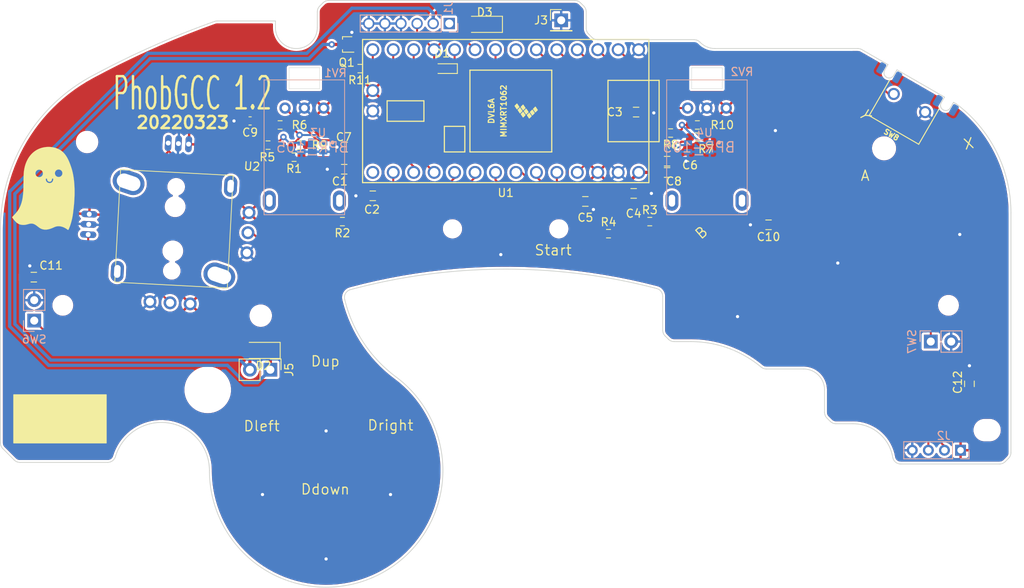
<source format=kicad_pcb>
(kicad_pcb (version 20211014) (generator pcbnew)
  (layers (0 "F.Cu" signal) (31 "B.Cu" signal) (36 "B.SilkS" user "B.Silkscreen") (37 "F.SilkS" user "F.Silkscreen") (38 "B.Mask" user) (39 "F.Mask" user) (44 "Edge.Cuts" user))
  (net 0 "")
  (net 1 "GND")
  (net 2 "+3V3")
  (net 3 "/C_x")
  (net 4 "/C_y")
  (net 5 "/A")
  (net 6 "/B")
  (net 7 "/X")
  (net 8 "/Y")
  (net 9 "/R")
  (net 10 "/Start")
  (net 11 "/Z")
  (net 12 "/Dleft")
  (net 13 "/Dup")
  (net 14 "/Dright")
  (net 15 "/Ddown")
  (net 16 "/Lanalog")
  (net 17 "/Ranalog")
  (net 18 "/RX")
  (net 19 "/TX")
  (net 20 "/Stick_x")
  (net 21 "/Stick_y")
  (net 22 "/L")
  (net 23 "/Stick_x_filt")
  (net 24 "/Stick_y_filt")
  (net 25 "+5V")
  (net 27 "Net-(D2-Pad2)")
  (net 29 "/Rumble")
  (net 31 "/C_x_filt")
  (net 32 "/C_y_filt")
  (net 33 "Net-(R5-Pad2)")
  (net 34 "Net-(R6-Pad2)")
  (net 35 "Net-(R7-Pad2)")
  (net 36 "Net-(U1-Pad33)")
  (net 37 "Net-(Q1-Pad1)")
  (net 38 "Net-(R10-Pad2)")
  (footprint "Gamecube MB:ABXY_Contact_Omron_Switch" (layer "F.Cu") (at 153.85 78.35)
    (fp_text reference "SW1" hide)
    (fp_text value "A")
  )
  (footprint "Gamecube MB:ABXY_Contact_Omron_Switch" (layer "F.Cu") (at 138.65 86.05 41)
    (fp_text reference "SW2" hide)
    (fp_text value "B")
  )
  (footprint "Gamecube MB:Z_Switch_Edge" (layer "F.Cu") (at 162.751443 62.775 -30)
    (fp_text reference "SW8")
    (fp_text value "1825027-5")
  )
  (footprint "Gamecube MB:Dpad_Contact" (layer "F.Cu") (at 82.35 108.4)
    (fp_text reference "SW9" hide)
    (fp_text value "Dleft")
  )
  (footprint "Gamecube MB:Dpad_Contact" (layer "F.Cu") (at 90.3 100.45)
    (fp_text reference "SW10" hide)
    (fp_text value "Dup")
  )
  (footprint "Gamecube MB:Dpad_Contact" (layer "F.Cu") (at 98.25 108.4)
    (fp_text reference "SW11" hide)
    (fp_text value "Dright")
  )
  (footprint "Gamecube MB:Dpad_Contact" (layer "F.Cu") (at 90.3 116.35)
    (fp_text reference "SW12" hide)
    (fp_text value "Ddown")
  )
  (footprint "Capacitors_SMD:C_0603_HandSoldering" (layer "F.Cu") (at 54 84.4 180)
    (fp_text reference "C11")
    (fp_text value "1u")
  )
  (footprint "Gamecube MB:GCC_Stickbox_2" (layer "F.Cu") (at 71.405083 78.398232 -3)
    (fp_text reference "U2")
    (fp_text value "2x DRV5053CAQLPGM Hall Effect Sensors")
  )
  (footprint "Capacitors_SMD:C_0603_HandSoldering" (layer "F.Cu") (at 96.1 74.3 180)
    (fp_text reference "C2")
    (fp_text value "0.047u")
  )
  (footprint "Capacitors_SMD:C_0603_HandSoldering" (layer "F.Cu") (at 92.55 71 180)
    (fp_text reference "C1")
    (fp_text value "0.047u")
  )
  (footprint "Capacitors_SMD:C_0603_HandSoldering" (layer "F.Cu") (at 92.6 68.25 180)
    (fp_text reference "C7")
    (fp_text value "0.047u")
  )
  (footprint "Capacitors_SMD:C_0603_HandSoldering" (layer "F.Cu") (at 128.8 63.9)
    (fp_text reference "C3")
    (fp_text value "0.047u")
  )
  (footprint "Capacitors_SMD:C_0603_HandSoldering" (layer "F.Cu") (at 128.5 74)
    (fp_text reference "C4")
    (fp_text value "0.047u")
  )
  (footprint "Gamecube MB:Start_Contact" (layer "F.Cu") (at 112.6 78.45)
    (fp_text reference "SW5" hide)
    (fp_text value "Start")
  )
  (footprint "Gamecube MB:ABXY_Contact_Omron_Switch" (layer "F.Cu") (at 149.85 64.25 -63)
    (fp_text reference "SW4" hide)
    (fp_text value "Y")
  )
  (footprint "Connector_PinHeader_2.54mm:PinHeader_1x01_P2.54mm_Vertical" (layer "F.Cu") (at 119.5 52.5)
    (fp_text reference "J3")
    (fp_text value "Conn_01x01_Male")
  )
  (footprint "teensy:Teensy40_Edge_Pins" (layer "F.Cu") (at 112.61 63.77 180)
    (fp_text reference "U1")
    (fp_text value "Teensy4.0")
  )
  (footprint "Gamecube MB:MountingHole_5.2mm" (layer "F.Cu") (at 75.6 98.4)
    (fp_text reference "H1" hide)
    (fp_text value "5.2mm")
  )
  (footprint "Gamecube MB:MountingHole_2.0mm" (layer "F.Cu") (at 57.6 87.9)
    (fp_text reference "H3" hide)
    (fp_text value "2mm")
  )
  (footprint "Gamecube MB:MountingHole_1.8mm" (layer "F.Cu") (at 106 78.4)
    (fp_text reference "H5" hide)
    (fp_text value "1.8mm")
  )
  (footprint "Gamecube MB:MountingHole_1.8mm" (layer "F.Cu") (at 119.2 78.4)
    (fp_text reference "H6" hide)
    (fp_text value "1.8mm")
  )
  (footprint "Gamecube MB:MountingHole_2.4mm" (layer "F.Cu") (at 159.6 68.4)
    (fp_text reference "H7" hide)
    (fp_text value "2.4mm")
  )
  (footprint "Gamecube MB:MountingHole_2.0mm" (layer "F.Cu") (at 167.6 87.9)
    (fp_text reference "H4" hide)
    (fp_text value "2mm")
  )
  (footprint "Gamecube MB:MountingHole_2.2mm" (layer "F.Cu") (at 60.616622 67.616621)
    (fp_text reference "H8" hide)
    (fp_text value "2.2mm")
  )
  (footprint "Gamecube MB:ABXY_Contact_Omron_Switch" (layer "F.Cu") (at 168.15 74.95 12)
    (fp_text reference "SW3" hide)
    (fp_text value "X")
  )
  (footprint "Gamecube MB:Slot" (layer "F.Cu") (at 172.4 103.4)
    (fp_text reference "H2" hide)
    (fp_text value "Slot")
  )
  (footprint "Gamecube MB:MountingHole_2.2mm" (layer "F.Cu") (at 82.183378 89.183378)
    (fp_text reference "H9" hide)
    (fp_text value "2.2mm")
  )
  (footprint "Gamecube MB:D_SOD-523_large_pads" (layer "F.Cu") (at 104.9 58.5 180)
    (fp_text reference "D1")
    (fp_text value "D_Schottky")
  )
  (footprint "Capacitors_SMD:C_0603_HandSoldering" (layer "F.Cu") (at 122.5 75)
    (fp_text reference "C5")
    (fp_text value "0.047u")
  )
  (footprint "Resistor_SMD:R_0603_1608Metric_Pad0.98x0.95mm_HandSolder" (layer "F.Cu") (at 92.325 77.5 180)
    (fp_text reference "R2")
    (fp_text value "1k")
  )
  (footprint "Resistor_SMD:R_0603_1608Metric_Pad0.98x0.95mm_HandSolder" (layer "F.Cu") (at 86.325 69.5 180)
    (fp_text reference "R1")
    (fp_text value "1k")
  )
  (footprint "Capacitors_SMD:C_0603_HandSoldering" (layer "F.Cu") (at 132.65 70)
    (fp_text reference "C6")
    (fp_text value "0.047u")
  )
  (footprint "Capacitors_SMD:C_0603_HandSoldering" (layer "F.Cu") (at 132.65 71.4)
    (fp_text reference "C8")
    (fp_text value "1u")
  )
  (footprint "Capacitors_SMD:C_0603_HandSoldering" (layer "F.Cu") (at 170.2 97.65 90)
    (fp_text reference "C12")
    (fp_text value "1u")
  )
  (footprint "Capacitors_SMD:C_0603_HandSoldering" (layer "F.Cu") (at 145.25 77.9 180)
    (fp_text reference "C10")
    (fp_text value "1u")
  )
  (footprint "Gamecube MB:Ghost Logo" (layer "F.Cu") (at 55.4 73.5)
    (fp_text reference "G***" hide)
    (fp_text value "LOGO" hide)
  )
  (footprint "Resistor_SMD:R_0603_1608Metric_Pad0.98x0.95mm_HandSolder" (layer "F.Cu") (at 136.4125 67 180)
    (fp_text reference "R7")
    (fp_text value "1k")
  )
  (footprint "Diode_SMD:D_SOD-123F" (layer "F.Cu") (at 110 53 180)
    (fp_text reference "D3")
    (fp_text value "M7C")
  )
  (footprint "Resistor_SMD:R_0603_1608Metric_Pad0.98x0.95mm_HandSolder" (layer "F.Cu") (at 130.5 77.5)
    (fp_text reference "R3")
    (fp_text value "1k")
  )
  (footprint "Resistor_SMD:R_0603_1608Metric_Pad0.98x0.95mm_HandSolder" (layer "F.Cu") (at 125.375 79)
    (fp_text reference "R4")
    (fp_text value "1k")
  )
  (footprint "Resistor_SMD:R_0603_1608Metric_Pad0.98x0.95mm_HandSolder" (layer "F.Cu") (at 133.0875 66.5 180)
    (fp_text reference "R8")
    (fp_text value "1k")
  )
  (footprint "Capacitor_SMD:C_0603_1608Metric_Pad1.08x0.95mm_HandSolder" (layer "F.Cu") (at 80.8625 65 180)
    (fp_text reference "C9")
    (fp_text value "1u")
  )
  (footprint "Resistor_SMD:R_0603_1608Metric_Pad0.98x0.95mm_HandSolder" (layer "F.Cu") (at 83.0875 68)
    (fp_text reference "R5")
    (fp_text value "1k")
  )
  (footprint "Connector_PinHeader_2.54mm:PinHeader_1x02_P2.54mm_Vertical" (layer "F.Cu") (at 83.375 95.9 -90)
    (fp_text reference "J5")
    (fp_text value "Conn_01x02_Male")
  )
  (footprint "Resistor_SMD:R_0603_1608Metric_Pad0.98x0.95mm_HandSolder" (layer "F.Cu") (at 84.5875 65.5)
    (fp_text reference "R6")
    (fp_text value "5k")
  )
  (footprint "Package_TO_SOT_SMD:SOT-416" (layer "F.Cu") (at 92.85 55.5 180)
    (fp_text reference "Q1")
    (fp_text value "SSM3K56FS,LF")
  )
  (footprint "Diode_SMD:D_SOD-123F" (layer "F.Cu") (at 82.4 93.5 180)
    (fp_text reference "D2")
    (fp_text value "M7C")
  )
  (footprint "Resistor_SMD:R_0603_1608Metric_Pad0.98x0.95mm_HandSolder" (layer "F.Cu") (at 94.5 58.5 180)
    (fp_text reference "R11")
    (fp_text value "330R")
  )
  (footprint "Resistor_SMD:R_0603_1608Metric_Pad0.98x0.95mm_HandSolder" (layer "F.Cu") (at 136.4125 65.5 180)
    (fp_text reference "R10")
    (fp_text value "5k")
  )
  (footprint "Resistor_SMD:R_0603_1608Metric_Pad0.98x0.95mm_HandSolder" (layer "F.Cu") (at 87 68)
    (fp_text reference "R9")
    (fp_text value "1k")
  )
  (footprint "Pin_Headers:Pin_Header_Straight_1x02_Pitch2.54mm" (layer "B.Cu") (at 54.05 89.8)
    (fp_text reference "SW6")
    (fp_text value "L")
  )
  (footprint "Pin_Headers:Pin_Header_Straight_1x02_Pitch2.54mm" (layer "B.Cu") (at 165.4 92.4 -90)
    (fp_text reference "SW7")
    (fp_text value "R")
  )
  (footprint "Gamecube MB:GCC_Slider" (layer "B.Cu") (at 137.6 63.4 180)
    (fp_text reference "RV2")
    (fp_text value "R_POT_MountingPin")
  )
  (footprint "Gamecube MB:GCC_Slider" (layer "B.Cu") (at 87.6 63.4 180)
    (fp_text reference "RV1")
    (fp_text value "R_POT_MountingPin")
  )
  (footprint "Pin_Headers:Pin_Header_Straight_1x04_Pitch2.00mm" (layer "B.Cu") (at 169.1 105.9 90)
    (fp_text reference "J2")
    (fp_text value "Conn_01x04_Female")
  )
  (footprint "Gamecube MB:GCC_Header_Straight_1x06_Pitch2.00mm" (layer "B.Cu") (at 105.6 52.9 90)
    (fp_text reference "J1")
    (fp_text value "Conn_01x06_Female")
  )
  (footprint "Gamecube MB:Sharp_Microelectronics-GP2S60-MFG" (layer "B.Cu") (at 88.6 68.275 180)
    (fp_text reference "U3")
    (fp_text value "BPR-105")
  )
  (footprint "Gamecube MB:Sharp_Microelectronics-GP2S60-MFG" (layer "B.Cu") (at 136.6 68.275 180)
    (fp_text reference "U4")
    (fp_text value "BPR-105")
  )
  (gr_poly (pts (xy 63 105) (xy 51.5 105) (xy 51.5 99) (xy 63 99)) (layer "F.SilkS") (width 0.1) (fill solid))
  (gr_line (start 85.7 61) (end 85.7 58.4) (layer "Edge.Cuts") (width 0.05))
  (gr_line (start 135.7 61) (end 135.7 58.4) (layer "Edge.Cuts") (width 0.05))
  (gr_line (start 161.660995 107.607107) (end 173.942892 107.607107) (layer "Edge.Cuts") (width 0.1))
  (gr_line (start 166.697895 62.732132) (end 167.096672 62.038607) (layer "Edge.Cuts") (width 0.1))
  (gr_arc (start 52.271319 107.407107) (mid 51.888636 107.330986) (end 51.564213 107.114213) (layer "Edge.Cuts") (width 0.1))
  (gr_line (start 152.207106 98.407107) (end 152.207106 101.192893) (layer "Edge.Cuts") (width 0.1))
  (gr_line (start 153.621319 102.607107) (end 155.744915 102.607107) (layer "Edge.Cuts") (width 0.1))
  (gr_line (start 160.074731 58.000991) (end 156.838573 56.1402) (layer "Edge.Cuts") (width 0.1))
  (gr_arc (start 167.824873 63.380144) (mid 166.937378 63.619627) (end 166.697895 62.732132) (layer "Edge.Cuts") (width 0.1))
  (gr_line (start 135.7 58.4) (end 139.5 58.4) (layer "Edge.Cuts") (width 0.05))
  (gr_arc (start 49.857105 78.407105) (mid 52.89857 67.369144) (end 61.164446 59.446874) (layer "Edge.Cuts") (width 0.1))
  (gr_line (start 174.649999 107.314213) (end 175.064212 106.9) (layer "Edge.Cuts") (width 0.1))
  (gr_line (start 161.201709 58.649003) (end 160.802932 59.342529) (layer "Edge.Cuts") (width 0.1))
  (gr_line (start 89.5 61) (end 85.7 61) (layer "Edge.Cuts") (width 0.05))
  (gr_arc (start 131.359616 85.813703) (mid 131.898469 86.16995) (end 132.107106 86.781297) (layer "Edge.Cuts") (width 0.1))
  (gr_arc (start 92.608864 87.15648) (mid 92.720453 86.410866) (end 93.320992 85.955076) (layer "Edge.Cuts") (width 0.1))
  (gr_arc (start 89.207106 53.407107) (mid 86.607106 56.007107) (end 84.007106 53.407107) (layer "Edge.Cuts") (width 0.1))
  (gr_line (start 89.207106 51.450963) (end 89.207106 53.407107) (layer "Edge.Cuts") (width 0.1))
  (gr_arc (start 89.207106 51.450963) (mid 89.283226 51.068279) (end 89.499999 50.743856) (layer "Edge.Cuts") (width 0.1))
  (gr_line (start 168.607106 62.907107) (end 168.22365 62.68662) (layer "Edge.Cuts") (width 0.1))
  (gr_arc (start 133.521318 92.407107) (mid 133.138635 92.330986) (end 132.814212 92.114213) (layer "Edge.Cuts") (width 0.1))
  (gr_arc (start 93.320992 85.955077) (mid 112.331099 83.40762) (end 131.359616 85.813703) (layer "Edge.Cuts") (width 0.1))
  (gr_arc (start 138.607106 56.007107) (mid 137.591534 55.800559) (end 136.737319 55.213733) (layer "Edge.Cuts") (width 0.1))
  (gr_line (start 132.399999 91.7) (end 132.814212 92.114213) (layer "Edge.Cuts") (width 0.1))
  (gr_line (start 49.857106 78.407107) (end 49.857106 104.992893) (layer "Edge.Cuts") (width 0.1))
  (gr_arc (start 122.314213 50.743856) (mid 122.530986 51.068279) (end 122.607106 51.450963) (layer "Edge.Cuts") (width 0.1))
  (gr_line (start 152.499999 101.9) (end 152.914212 102.314213) (layer "Edge.Cuts") (width 0.1))
  (gr_arc (start 168.607106 62.907107) (mid 173.575565 68.860378) (end 175.357106 76.407107) (layer "Edge.Cuts") (width 0.1))
  (gr_arc (start 76.443548 52.638395) (mid 76.609241 52.594793) (end 76.779945 52.580115) (layer "Edge.Cuts") (width 0.1))
  (gr_line (start 89.914212 50.329643) (end 89.499999 50.743856) (layer "Edge.Cuts") (width 0.1))
  (gr_arc (start 135.607106 92.407106) (mid 140.249987 93.223411) (end 144.335996 95.574417) (layer "Edge.Cuts") (width 0.1))
  (gr_arc (start 144.977271 95.807106) (mid 144.636178 95.747135) (end 144.335996 95.574417) (layer "Edge.Cuts") (width 0.1))
  (gr_line (start 168.22365 62.68662) (end 167.824873 63.380145) (layer "Edge.Cuts") (width 0.1))
  (gr_line (start 139.5 58.4) (end 139.5 61) (layer "Edge.Cuts") (width 0.05))
  (gr_line (start 122.607106 53.494375) (end 122.607106 51.450963) (layer "Edge.Cuts") (width 0.1))
  (gr_arc (start 124.021319 54.908589) (mid 123.638635 54.832469) (end 123.314212 54.615696) (layer "Edge.Cuts") (width 0.1))
  (gr_line (start 84.007106 52.580115) (end 76.779945 52.580115) (layer "Edge.Cuts") (width 0.1))
  (gr_line (start 52.27132 107.407107) (end 63.177448 107.407107) (layer "Edge.Cuts") (width 0.1))
  (gr_line (start 122.314212 50.743856) (end 121.899999 50.329643) (layer "Edge.Cuts") (width 0.1))
  (gr_arc (start 64.135292 106.694399) (mid 70.711063 102.508705) (end 75.807105 108.407107) (layer "Edge.Cuts") (width 0.1))
  (gr_line (start 85.7 58.4) (end 89.5 58.4) (layer "Edge.Cuts") (width 0.05))
  (gr_arc (start 155.744914 102.607106) (mid 158.972401 103.788293) (end 160.674982 106.773773) (layer "Edge.Cuts") (width 0.1))
  (gr_line (start 167.096672 62.038607) (end 161.201709 58.649003) (layer "Edge.Cuts") (width 0.1))
  (gr_arc (start 122.899999 54.201482) (mid 122.683226 53.877059) (end 122.607106 53.494375) (layer "Edge.Cuts") (width 0.1))
  (gr_line (start 132.107106 86.781297) (end 132.107106 90.992893) (layer "Edge.Cuts") (width 0.1))
  (gr_arc (start 98.971544 96.780519) (mid 96.811553 121.366358) (end 75.807105 108.407107) (layer "Edge.Cuts") (width 0.1))
  (gr_arc (start 89.914212 50.329642) (mid 90.238635 50.112869) (end 90.621319 50.036749) (layer "Edge.Cuts") (width 0.1))
  (gr_line (start 84.007106 53.407107) (end 84.007106 52.580115) (layer "Edge.Cuts") (width 0.1))
  (gr_arc (start 153.621318 102.607107) (mid 153.238635 102.530986) (end 152.914212 102.314213) (layer "Edge.Cuts") (width 0.1))
  (gr_line (start 136.01817 54.908589) (end 124.021319 54.908589) (layer "Edge.Cuts") (width 0.1))
  (gr_arc (start 61.164445 59.446874) (mid 68.67439 55.751781) (end 76.443548 52.638394) (layer "Edge.Cuts") (width 0.1))
  (gr_line (start 175.357106 106.192893) (end 175.357106 76.407107) (layer "Edge.Cuts") (width 0.1))
  (gr_arc (start 152.499999 101.9) (mid 152.283226 101.575577) (end 152.207106 101.192893) (layer "Edge.Cuts") (width 0.1))
  (gr_arc (start 161.660994 107.607107) (mid 161.015497 107.370869) (end 160.674982 106.773773) (layer "Edge.Cuts") (width 0.1))
  (gr_line (start 121.192892 50.036749) (end 90.621319 50.036749) (layer "Edge.Cuts") (width 0.1))
  (gr_line (start 156.340102 56.007107) (end 138.607106 56.007107) (layer "Edge.Cuts") (width 0.1))
  (gr_line (start 89.5 58.4) (end 89.5 61) (layer "Edge.Cuts") (width 0.05))
  (gr_line (start 50.15 105.7) (end 51.564213 107.114213) (layer "Edge.Cuts") (width 0.1))
  (gr_line (start 159.675954 58.694516) (end 160.074731 58.000991) (layer "Edge.Cuts") (width 0.1))
  (gr_arc (start 160.802932 59.342528) (mid 159.915437 59.582011) (end 159.675954 58.694516) (layer "Edge.Cuts") (width 0.1))
  (gr_line (start 139.5 61) (end 135.7 61) (layer "Edge.Cuts") (width 0.05))
  (gr_arc (start 174.649999 107.314214) (mid 174.325576 107.530987) (end 173.942892 107.607107) (layer "Edge.Cuts") (width 0.1))
  (gr_arc (start 175.357106 106.192894) (mid 175.280985 106.575577) (end 175.064212 106.9) (layer "Edge.Cuts") (width 0.1))
  (gr_arc (start 121.192893 50.036749) (mid 121.575576 50.11287) (end 121.899999 50.329643) (layer "Edge.Cuts") (width 0.1))
  (gr_arc (start 98.971543 96.780519) (mid 94.948818 92.52476) (end 92.608865 87.156481) (layer "Edge.Cuts") (width 0.1))
  (gr_arc (start 149.607106 95.807107) (mid 151.445584 96.568629) (end 152.207106 98.407107) (layer "Edge.Cuts") (width 0.1))
  (gr_arc (start 136.01817 54.908589) (mid 136.408775 54.98803) (end 136.737319 55.213733) (layer "Edge.Cuts") (width 0.1))
  (gr_arc (start 156.340102 56.007106) (mid 156.598069 56.040952) (end 156.838573 56.1402) (layer "Edge.Cuts") (width 0.1))
  (gr_line (start 123.314212 54.615696) (end 122.899999 54.201482) (layer "Edge.Cuts") (width 0.1))
  (gr_arc (start 64.135291 106.694399) (mid 63.774402 107.209382) (end 63.177448 107.407107) (layer "Edge.Cuts") (width 0.1))
  (gr_line (start 144.977271 95.807107) (end 149.607106 95.807107) (layer "Edge.Cuts") (width 0.1))
  (gr_arc (start 132.399999 91.7) (mid 132.183226 91.375577) (end 132.107106 90.992893) (layer "Edge.Cuts") (width 0.1))
  (gr_arc (start 50.149999 105.7) (mid 49.933226 105.375577) (end 49.857106 104.992893) (layer "Edge.Cuts") (width 0.1))
  (gr_line (start 133.521319 92.407107) (end 135.607106 92.407107) (layer "Edge.Cuts") (width 0.1))
  (gr_text "20220323" (at 72.5 65.2) (layer "F.SilkS") (effects (font (size 1.5 1.5) (thickness 0.3))))
  (gr_text "PhobGCC 1.2" (at 73.7 61.6) (layer "F.SilkS") (effects (font (size 4 2) (thickness 0.3))))
  (segment (start 170.2 96.7) (end 170.2 95.4) (width 0.25) (layer "F.Cu") (net 1))
  (segment (start 133.6 70) (end 133.6 71.4) (width 0.4) (layer "F.Cu") (net 1))
  (segment (start 53.05 83.45) (end 53.5 83) (width 0.25) (layer "F.Cu") (net 1))
  (segment (start 123.5 75.05) (end 123.45 75) (width 0.25) (layer "F.Cu") (net 1))
  (segment (start 137.4 63.6) (end 137.6 63.4) (width 0.25) (layer "F.Cu") (net 1))
  (segment (start 144.3 77.9) (end 143 77.9) (width 0.4) (layer "F.Cu") (net 1))
  (segment (start 129.75 63.9) (end 130.9 63.9) (width 0.25) (layer "F.Cu") (net 1))
  (segment (start 133.6 70) (end 135 70) (width 0.4) (layer "F.Cu") (net 1))
  (segment (start 123.5 76) (end 123.5 75.05) (width 0.25) (layer "F.Cu") (net 1))
  (segment (start 129.45 74) (end 130.700002 74) (width 0.25) (layer "F.Cu") (net 1))
  (segment (start 95.15 74.3) (end 94.000002 74.3) (width 0.25) (layer "F.Cu") (net 1))
  (segment (start 91.6 71) (end 90.450002 71) (width 0.25) (layer "F.Cu") (net 1))
  (segment (start 80 65) (end 78.8625 65) (width 0.25) (layer "F.Cu") (net 1))
  (segment (start 53.05 84.4) (end 53.05 83.45) (width 0.25) (layer "F.Cu") (net 1))
  (segment (start 93.5 55) (end 93.5 54) (width 0.4) (layer "F.Cu") (net 1))
  (segment (start 130.9 63.9) (end 131 64) (width 0.25) (layer "F.Cu") (net 1))
  (via (at 170.2 95.4) (size 0.8) (drill 0.4) (layers "F.Cu" "B.Cu") (net 1))
  (via (at 98.3 111.4) (size 0.8) (drill 0.4) (layers "F.Cu" "B.Cu") (net 1))
  (via (at 91.65 68.25) (size 0.8) (drill 0.4) (layers "F.Cu" "B.Cu") (net 1))
  (via (at 123.5 76) (size 0.8) (drill 0.4) (layers "F.Cu" "B.Cu") (net 1))
  (via (at 143 77.9) (size 0.8) (drill 0.4) (layers "F.Cu" "B.Cu") (net 1))
  (via (at 94.000002 74.3) (size 0.8) (drill 0.4) (layers "F.Cu" "B.Cu") (net 1))
  (via (at 112 81.6) (size 0.8) (drill 0.4) (layers "F.Cu" "B.Cu") (net 1))
  (via (at 90.3 119.4) (size 0.8) (drill 0.4) (layers "F.Cu" "B.Cu") (net 1))
  (via (at 78.8625 65) (size 0.8) (drill 0.4) (layers "F.Cu" "B.Cu") (net 1))
  (via (at 130.700002 74) (size 0.8) (drill 0.4) (layers "F.Cu" "B.Cu") (net 1))
  (via (at 169 79.1) (size 0.8) (drill 0.4) (layers "F.Cu" "B.Cu") (net 1))
  (via (at 93.5 54) (size 0.8) (drill 0.4) (layers "F.Cu" "B.Cu") (net 1))
  (via (at 131 64) (size 0.8) (drill 0.4) (layers "F.Cu" "B.Cu") (net 1))
  (via (at 146.1 66.2) (size 0.8) (drill 0.4) (layers "F.Cu" "B.Cu") (net 1))
  (via (at 153.85 82.65) (size 0.8) (drill 0.4) (layers "F.Cu" "B.Cu") (net 1))
  (via (at 90.3 103.5) (size 0.8) (drill 0.4) (layers "F.Cu" "B.Cu") (net 1))
  (via (at 90.450002 71) (size 0.8) (drill 0.4) (layers "F.Cu" "B.Cu") (net 1))
  (via (at 135 70) (size 0.8) (drill 0.4) (layers "F.Cu" "B.Cu") (net 1))
  (via (at 141.4 89.3) (size 0.8) (drill 0.4) (layers "F.Cu" "B.Cu") (net 1))
  (via (at 53.5 83) (size 0.8) (drill 0.4) (layers "F.Cu" "B.Cu") (net 1))
  (via (at 82.4 111.4) (size 0.8) (drill 0.4) (layers "F.Cu" "B.Cu") (net 1))
  (segment (start 89.95 68.825) (end 91.075 68.825) (width 0.25) (layer "B.Cu") (net 1))
  (segment (start 91.075 68.825) (end 91.65 68.25) (width 0.25) (layer "B.Cu") (net 1))
  (segment (start 167.1 105.4) (end 167.1 105.9) (width 0.25) (layer "F.Cu") (net 3))
  (segment (start 131.325 77.5) (end 139.2 77.5) (width 0.25) (layer "F.Cu") (net 3))
  (segment (start 139.2 77.5) (end 167.1 105.4) (width 0.25) (layer "F.Cu") (net 3))
  (segment (start 126.2 79) (end 139.6 79) (width 0.25) (layer "F.Cu") (net 4))
  (segment (start 165.1 104.5) (end 165.1 105.9) (width 0.25) (layer "F.Cu") (net 4))
  (segment (start 139.6 79) (end 165.1 104.5) (width 0.25) (layer "F.Cu") (net 4))
  (segment (start 140.5 65.5) (end 140.5 70) (width 0.25) (layer "F.Cu") (net 5))
  (segment (start 133.349989 59.349989) (end 135.4 61.4) (width 0.25) (layer "F.Cu") (net 5))
  (segment (start 141.5 62.375) (end 141.5 64.5) (width 0.25) (layer "F.Cu") (net 5))
  (segment (start 140.525 61.4) (end 141.5 62.375) (width 0.25) (layer "F.Cu") (net 5))
  (segment (start 142.7 72.2) (end 152.8 72.2) (width 0.25) (layer "F.Cu") (net 5))
  (segment (start 140.5 70) (end 142.7 72.2) (width 0.25) (layer "F.Cu") (net 5))
  (segment (start 152.8 72.2) (end 153.85 73.25) (width 0.25) (layer "F.Cu") (net 5))
  (segment (start 135.4 61.4) (end 140.525 61.4) (width 0.25) (layer "F.Cu") (net 5))
  (segment (start 119.619989 59.349989) (end 133.349989 59.349989) (width 0.25) (layer "F.Cu") (net 5))
  (segment (start 153.85 73.25) (end 153.85 74.1) (width 0.25) (layer "F.Cu") (net 5))
  (segment (start 141.5 64.5) (end 140.5 65.5) (width 0.25) (layer "F.Cu") (net 5))
  (segment (start 116.42 56.15) (end 119.619989 59.349989) (width 0.25) (layer "F.Cu") (net 5))
  (segment (start 133.019265 80) (end 135.861749 82.842484) (width 0.25) (layer "F.Cu") (net 6))
  (segment (start 123.2 80) (end 133.019265 80) (width 0.25) (layer "F.Cu") (net 6))
  (segment (start 113.88 71.39) (end 114.59 71.39) (width 0.25) (layer "F.Cu") (net 6))
  (segment (start 114.59 71.39) (end 123.2 80) (width 0.25) (layer "F.Cu") (net 6))
  (segment (start 168.15 70.7) (end 167.5 70.7) (width 0.25) (layer "F.Cu") (net 7))
  (segment (start 132.812155 57.849958) (end 125.739958 57.849958) (width 0.25) (layer "F.Cu") (net 7))
  (segment (start 167.5 70.7) (end 153.799989 56.999989) (width 0.25) (layer "F.Cu") (net 7))
  (segment (start 125.739958 57.849958) (end 124.04 56.15) (width 0.25) (layer "F.Cu") (net 7))
  (segment (start 133.662124 56.999989) (end 132.812155 57.849958) (width 0.25) (layer "F.Cu") (net 7))
  (segment (start 153.799989 56.999989) (end 133.662124 56.999989) (width 0.25) (layer "F.Cu") (net 7))
  (segment (start 133.869235 57.5) (end 152.5 57.5) (width 0.25) (layer "F.Cu") (net 8))
  (segment (start 154.5 59.5) (end 154.5 61.457318) (width 0.25) (layer "F.Cu") (net 8))
  (segment (start 123.699968 58.349968) (end 133.019267 58.349968) (width 0.25) (layer "F.Cu") (net 8))
  (segment (start 121.5 56.15) (end 123.699968 58.349968) (width 0.25) (layer "F.Cu") (net 8))
  (segment (start 154.5 61.457318) (end 153.636778 62.32054) (width 0.25) (layer "F.Cu") (net 8))
  (segment (start 133.019267 58.349968) (end 133.869235 57.5) (width 0.25) (layer "F.Cu") (net 8))
  (segment (start 152.5 57.5) (end 154.5 59.5) (width 0.25) (layer "F.Cu") (net 8))
  (segment (start 135.2 58) (end 139.713906 58) (width 0.25) (layer "F.Cu") (net 9))
  (segment (start 141.301933 65.887819) (end 141.301933 69.301933) (width 0.25) (layer "F.Cu") (net 9))
  (segment (start 142.5 60.786094) (end 142.5 64.689752) (width 0.25) (layer "F.Cu") (net 9))
  (segment (start 141.301933 69.301933) (end 143.5 71.5) (width 0.25) (layer "F.Cu") (net 9))
  (segment (start 118.96 56.15) (end 121.659978 58.849978) (width 0.25) (layer "F.Cu") (net 9))
  (segment (start 139.713906 58) (end 142.5 60.786094) (width 0.25) (layer "F.Cu") (net 9))
  (segment (start 165.4 80.9) (end 165.4 92.4) (width 0.25) (layer "F.Cu") (net 9))
  (segment (start 143.5 71.5) (end 156 71.5) (width 0.25) (layer "F.Cu") (net 9))
  (segment (start 134.350022 58.849978) (end 135.2 58) (width 0.25) (layer "F.Cu") (net 9))
  (segment (start 156 71.5) (end 165.4 80.9) (width 0.25) (layer "F.Cu") (net 9))
  (segment (start 121.659978 58.849978) (end 134.350022 58.849978) (width 0.25) (layer "F.Cu") (net 9))
  (segment (start 142.5 64.689752) (end 141.301933 65.887819) (width 0.25) (layer "F.Cu") (net 9))
  (segment (start 113.1 75.25) (end 113.1 74.1) (width 0.25) (layer "F.Cu") (net 10))
  (segment (start 111.34 72.34) (end 113.1 74.1) (width 0.25) (layer "F.Cu") (net 10))
  (segment (start 111.34 71.39) (end 111.34 72.34) (width 0.25) (layer "F.Cu") (net 10))
  (segment (start 131.835524 56.499978) (end 130.985553 57.349949) (width 0.25) (layer "F.Cu") (net 11))
  (segment (start 127.779948 57.349948) (end 126.58 56.15) (width 0.25) (layer "F.Cu") (net 11))
  (segment (start 130.985553 57.349949) (end 127.779948 57.349948) (width 0.25) (layer "F.Cu") (net 11))
  (segment (start 154.999978 56.499978) (end 131.835524 56.499978) (width 0.25) (layer "F.Cu") (net 11))
  (segment (start 160.15 61.65) (end 154.999978 56.499978) (width 0.25) (layer "F.Cu") (net 11))
  (segment (start 160.802886 61.65) (end 160.15 61.65) (width 0.25) (layer "F.Cu") (net 11))
  (segment (start 88.75 83.7) (end 91.85 80.6) (width 0.25) (layer "F.Cu") (net 12))
  (segment (start 106.26 72.065) (end 106.26 71.39) (width 0.25) (layer "F.Cu") (net 12))
  (segment (start 86 97.25) (end 88.75 94.5) (width 0.25) (layer "F.Cu") (net 12))
  (segment (start 86 100.5) (end 86 97.25) (width 0.25) (layer "F.Cu") (net 12))
  (segment (start 82.35 104.15) (end 86 100.5) (width 0.25) (layer "F.Cu") (net 12))
  (segment (start 88.75 94.5) (end 88.75 83.7) (width 0.25) (layer "F.Cu") (net 12))
  (segment (start 82.35 105.4) (end 82.35 104.15) (width 0.25) (layer "F.Cu") (net 12))
  (segment (start 91.85 80.6) (end 97.725 80.6) (width 0.25) (layer "F.Cu") (net 12))
  (segment (start 97.725 80.6) (end 106.26 72.065) (width 0.25) (layer "F.Cu") (net 12))
  (segment (start 108.8 71.39) (end 108.8 72) (width 0.25) (layer "F.Cu") (net 13))
  (segment (start 98.6 82.2) (end 93.3 82.2) (width 0.25) (layer "F.Cu") (net 13))
  (segment (start 108.8 72) (end 98.6 82.2) (width 0.25) (layer "F.Cu") (net 13))
  (segment (start 90.3 85.2) (end 90.3 97.45) (width 0.25) (layer "F.Cu") (net 13))
  (segment (start 93.3 82.2) (end 90.3 85.2) (width 0.25) (layer "F.Cu") (net 13))
  (segment (start 94.2 83) (end 99.092351 83) (width 0.25) (layer "F.Cu") (net 14))
  (segment (start 91.25 85.95) (end 94.2 83) (width 0.25) (layer "F.Cu") (net 14))
  (segment (start 95.707486 95.407486) (end 91.25 90.95) (width 0.25) (layer "F.Cu") (net 14))
  (segment (start 110.1 71.992351) (end 110.1 62) (width 0.25) (layer "F.Cu") (net 14))
  (segment (start 95.707486 102.857486) (end 95.707486 95.407486) (width 0.25) (layer "F.Cu") (net 14))
  (segment (start 91.25 90.95) (end 91.25 85.95) (width 0.25) (layer "F.Cu") (net 14))
  (segment (start 110.1 62) (end 111.34 60.76) (width 0.25) (layer "F.Cu") (net 14))
  (segment (start 98.25 105.4) (end 95.707486 102.857486) (width 0.25) (layer "F.Cu") (net 14))
  (segment (start 111.34 60.76) (end 111.34 56.15) (width 0.25) (layer "F.Cu") (net 14))
  (segment (start 99.092351 83) (end 110.1 71.992351) (width 0.25) (layer "F.Cu") (net 14))
  (segment (start 101.18 56.15) (end 101.18 59.68) (width 0.25) (layer "F.Cu") (net 15))
  (segment (start 86.902511 98.097489) (end 86.902511 109.952511) (width 0.25) (layer "F.Cu") (net 15))
  (segment (start 86.902511 109.952511) (end 90.3 113.35) (width 0.25) (layer "F.Cu") (net 15))
  (segment (start 101.18 59.68) (end 107.5 66) (width 0.25) (layer "F.Cu") (net 15))
  (segment (start 92.6 81.4) (end 89.5 84.5) (width 0.25) (layer "F.Cu") (net 15))
  (segment (start 107.5 66) (end 107.5 72.1) (width 0.25) (layer "F.Cu") (net 15))
  (segment (start 98.2 81.4) (end 92.6 81.4) (width 0.25) (layer "F.Cu") (net 15))
  (segment (start 107.5 72.1) (end 98.2 81.4) (width 0.25) (layer "F.Cu") (net 15))
  (segment (start 89.5 84.5) (end 89.5 95.5) (width 0.25) (layer "F.Cu") (net 15))
  (segment (start 89.5 95.5) (end 86.902511 98.097489) (width 0.25) (layer "F.Cu") (net 15))
  (segment (start 89.2 67.4) (end 93.55 67.4) (width 0.25) (layer "F.Cu") (net 16))
  (segment (start 99.73 67.4) (end 103.72 71.39) (width 0.25) (layer "F.Cu") (net 16))
  (segment (start 87.9125 68) (end 88.6 68) (width 0.25) (layer "F.Cu") (net 16))
  (segment (start 93.55 68.25) (end 93.55 67.4) (width 0.25) (layer "F.Cu") (net 16))
  (segment (start 88.6 68) (end 89.2 67.4) (width 0.25) (layer "F.Cu") (net 16))
  (segment (start 93.55 67.4) (end 99.73 67.4) (width 0.25) (layer "F.Cu") (net 16))
  (segment (start 85.2 63.4) (end 89.2 67.4) (width 0.25) (layer "F.Cu") (net 16))
  (segment (start 127.89 65) (end 121.5 71.39) (width 0.25) (layer "F.Cu") (net 17))
  (segment (start 132.175 66.5) (end 131.9 66.225) (width 0.25) (layer "F.Cu") (net 17))
  (segment (start 131.9 66.225) (end 131.9 65) (width 0.25) (layer "F.Cu") (net 17))
  (segment (start 133.5 63.4) (end 131.9 65) (width 0.25) (layer "F.Cu") (net 17))
  (segment (start 131.9 65) (end 127.89 65) (width 0.25) (layer "F.Cu") (net 17))
  (segment (start 135.2 63.4) (end 133.5 63.4) (width 0.25) (layer "F.Cu") (net 17))
  (segment (start 127.85 64.96) (end 127.89 65) (width 0.25) (layer "F.Cu") (net 17))
  (segment (start 127.85 63.9) (end 127.85 64.96) (width 0.25) (layer "F.Cu") (net 17))
  (segment (start 103.72 56.15) (end 105.27 54.6) (width 0.25) (layer "F.Cu") (net 18))
  (segment (start 105.27 54.6) (end 107.25 54.6) (width 0.25) (layer "F.Cu") (net 18))
  (segment (start 103.72 58.22) (end 104 58.5) (width 0.25) (layer "F.Cu") (net 18))
  (segment (start 107.25 54.6) (end 108.8 56.15) (width 0.25) (layer "F.Cu") (net 18))
  (segment (start 101.6 52.9) (end 101.6 54.03) (width 0.25) (layer "F.Cu") (net 18))
  (segment (start 103.72 56.15) (end 103.72 58.22) (width 0.25) (layer "F.Cu") (net 18))
  (segment (start 101.6 54.03) (end 103.72 56.15) (width 0.25) (layer "F.Cu") (net 18))
  (segment (start 106.26 58.04) (end 105.8 58.5) (width 0.25) (layer "F.Cu") (net 19))
  (segment (start 106.26 56.15) (end 106.26 58.04) (width 0.25) (layer "F.Cu") (net 19))
  (segment (start 70.691585 68.669213) (end 71.522372 69.5) (width 0.25) (layer "F.Cu") (net 20))
  (segment (start 70.691585 67.746292) (end 70.691585 68.669213) (width 0.25) (layer "F.Cu") (net 20))
  (segment (start 70.923592 87.585624) (end 69 85.662032) (width 0.25) (layer "F.Cu") (net 20))
  (segment (start 69 70.5) (end 70.691585 68.808415) (width 0.25) (layer "F.Cu") (net 20))
  (segment (start 71.522372 69.5) (end 85.5 69.5) (width 0.25) (layer "F.Cu") (net 20))
  (segment (start 70.691585 68.808415) (end 70.691585 67.746292) (width 0.25) (layer "F.Cu") (net 20))
  (segment (start 69 85.662032) (end 69 70.5) (width 0.25) (layer "F.Cu") (net 20))
  (segment (start 82.5 80.25) (end 82.5 83) (width 0.25) (layer "F.Cu") (net 21))
  (segment (start 81.129723 78.879723) (end 82.5 80.25) (width 0.25) (layer "F.Cu") (net 21))
  (segment (start 84.5 78.25) (end 82.5 80.25) (width 0.25) (layer "F.Cu") (net 21))
  (segment (start 60.753143 84.253143) (end 60.753143 79.11173) (width 0.25) (layer "F.Cu") (net 21))
  (segment (start 80.592475 78.879723) (end 81.129723 78.879723) (width 0.25) (layer "F.Cu") (net 21))
  (segment (start 67.25 90.75) (end 60.753143 84.253143) (width 0.25) (layer "F.Cu") (net 21))
  (segment (start 91.5 77.5) (end 85.25 77.5) (width 0.25) (layer "F.Cu") (net 21))
  (segment (start 85.25 77.5) (end 84.5 78.25) (width 0.25) (layer "F.Cu") (net 21))
  (segment (start 82.5 83) (end 74.75 90.75) (width 0.25) (layer "F.Cu") (net 21))
  (segment (start 74.75 90.75) (end 67.25 90.75) (width 0.25) (layer "F.Cu") (net 21))
  (segment (start 75.5 93) (end 57.25 93) (width 0.25) (layer "F.Cu") (net 22))
  (segment (start 57.25 93) (end 54.05 89.8) (width 0.25) (layer "F.Cu") (net 22))
  (segment (start 105 72.1) (end 97.3 79.8) (width 0.25) (layer "F.Cu") (net 22))
  (segment (start 97.3 79.8) (end 88.7 79.8) (width 0.25) (layer "F.Cu") (net 22))
  (segment (start 88.7 79.8) (end 75.5 93) (width 0.25) (layer "F.Cu") (net 22))
  (segment (start 98.64 59.14) (end 105 65.5) (width 0.25) (layer "F.Cu") (net 22))
  (segment (start 98.64 56.15) (end 98.64 59.14) (width 0.25) (layer "F.Cu") (net 22))
  (segment (start 105 65.5) (end 105 72.1) (width 0.25) (layer "F.Cu") (net 22))
  (segment (start 101.18 70.68) (end 101.18 71.39) (width 0.25) (layer "F.Cu") (net 23))
  (segment (start 87.15 69.5) (end 93.5 69.5) (width 0.25) (layer "F.Cu") (net 23))
  (segment (start 100 69.5) (end 101.18 70.68) (width 0.25) (layer "F.Cu") (net 23))
  (segment (start 93.5 69.5) (end 100 69.5) (width 0.25) (layer "F.Cu") (net 23))
  (segment (start 93.5 71) (end 93.5 69.5) (width 0.25) (layer "F.Cu") (net 23))
  (segment (start 98.64 71.39) (end 98.64 74.36) (width 0.25) (layer "F.Cu") (net 24))
  (segment (start 97.05 74.3) (end 98.58 74.3) (width 0.25) (layer "F.Cu") (net 24))
  (segment (start 96 77.5) (end 98.64 74.86) (width 0.25) (layer "F.Cu") (net 24))
  (segment (start 93.15 77.5) (end 96 77.5) (width 0.25) (layer "F.Cu") (net 24))
  (segment (start 98.64 74.86) (end 98.64 74.36) (width 0.25) (layer "F.Cu") (net 24))
  (segment (start 98.58 74.3) (end 98.64 74.36) (width 0.25) (layer "F.Cu") (net 24))
  (segment (start 103.6 51.910051) (end 104.110051 51.4) (width 0.4) (layer "F.Cu") (net 25))
  (segment (start 103.6 52.9) (end 103.6 51.9) (width 0.4) (layer "F.Cu") (net 25))
  (segment (start 107 51.4) (end 108.6 53) (width 0.4) (layer "F.Cu") (net 25))
  (segment (start 83.375 93.925) (end 83.8 93.5) (width 0.4) (layer "F.Cu") (net 25))
  (segment (start 104.110051 51.4) (end 107 51.4) (width 0.4) (layer "F.Cu") (net 25))
  (segment (start 83.375 95.9) (end 83.375 93.925) (width 0.4) (layer "F.Cu") (net 25))
  (segment (start 103.6 52.9) (end 103.6 51.910051) (width 0.4) (layer "F.Cu") (net 25))
  (segment (start 93.5 51) (end 87.9 56.6) (width 0.4) (layer "B.Cu") (net 25))
  (segment (start 103.6 52.9) (end 103.6 51.6) (width 0.4) (layer "B.Cu") (net 25))
  (segment (start 103 51) (end 93.5 51) (width 0.4) (layer "B.Cu") (net 25))
  (segment (start 55.850479 95.350479) (end 78.050479 95.350479) (width 0.4) (layer "B.Cu") (net 25))
  (segment (start 51.000001 73.781439) (end 51 90.5) (width 0.4) (layer "B.Cu") (net 25))
  (segment (start 78.050479 95.350479) (end 80.2 97.5) (width 0.4) (layer "B.Cu") (net 25))
  (segment (start 68.18144 56.6) (end 51.000001 73.781439) (width 0.4) (layer "B.Cu") (net 25))
  (segment (start 103.6 51.6) (end 103 51) (width 0.4) (layer "B.Cu") (net 25))
  (segment (start 81.775 97.5) (end 83.375 95.9) (width 0.4) (layer "B.Cu") (net 25))
  (segment (start 87.9 56.6) (end 68.18144 56.6) (width 0.4) (layer "B.Cu") (net 25))
  (segment (start 51 90.5) (end 55.850479 95.350479) (width 0.4) (layer "B.Cu") (net 25))
  (segment (start 80.2 97.5) (end 81.775 97.5) (width 0.4) (layer "B.Cu") (net 25))
  (segment (start 80.835 93.665) (end 81 93.5) (width 0.4) (layer "F.Cu") (net 27))
  (segment (start 91 55.5) (end 92.2 55.5) (width 0.4) (layer "F.Cu") (net 27))
  (segment (start 80.835 95.9) (end 80.835 93.665) (width 0.4) (layer "F.Cu") (net 27))
  (via (at 91 55.5) (size 0.8) (drill 0.4) (layers "F.Cu" "B.Cu") (net 27))
  (segment (start 56.11952 94.70096) (end 51.64952 90.23096) (width 0.4) (layer "B.Cu") (net 27))
  (segment (start 68.45048 57.24952) (end 88.169039 57.24952) (width 0.4) (layer "B.Cu") (net 27))
  (segment (start 51.64952 74.05048) (end 68.45048 57.24952) (width 0.4) (layer "B.Cu") (net 27))
  (segment (start 89.91856 55.5) (end 91 55.5) (width 0.4) (layer "B.Cu") (net 27))
  (segment (start 51.64952 90.23096) (end 51.64952 74.05048) (width 0.4) (layer "B.Cu") (net 27))
  (segment (start 79.63596 94.70096) (end 56.11952 94.70096) (width 0.4) (layer "B.Cu") (net 27))
  (segment (start 88.169039 57.24952) (end 89.91856 55.5) (width 0.4) (layer "B.Cu") (net 27))
  (segment (start 80.835 95.9) (end 79.63596 94.70096) (width 0.4) (layer "B.Cu") (net 27))
  (segment (start 96.1 57.8125) (end 95.4125 58.5) (width 0.25) (layer "F.Cu") (net 29))
  (segment (start 96.1 56.15) (end 96.1 57.8125) (width 0.25) (layer "F.Cu") (net 29))
  (segment (start 126 74) (end 125.5 74.5) (width 0.25) (layer "F.Cu") (net 31))
  (segment (start 120.5 74) (end 125 74) (width 0.25) (layer "F.Cu") (net 31))
  (segment (start 125 74) (end 125.5 74.5) (width 0.25) (layer "F.Cu") (net 31))
  (segment (start 128.5 77.5) (end 129.675 77.5) (width 0.25) (layer "F.Cu") (net 31))
  (segment (start 125.5 74.5) (end 128.5 77.5) (width 0.25) (layer "F.Cu") (net 31))
  (segment (start 118.96 72.46) (end 120.5 74) (width 0.25) (layer "F.Cu") (net 31))
  (segment (start 118.96 71.39) (end 118.96 72.46) (width 0.25) (layer "F.Cu") (net 31))
  (segment (start 127.55 74) (end 126 74) (width 0.25) (layer "F.Cu") (net 31))
  (segment (start 123.5 79) (end 124.55 79) (width 0.25) (layer "F.Cu") (net 32))
  (segment (start 120 75.5) (end 123.5 79) (width 0.25) (layer "F.Cu") (net 32))
  (segment (start 121.55 75) (end 120.5 75) (width 0.25) (layer "F.Cu") (net 32))
  (segment (start 120.5 75) (end 120 75.5) (width 0.25) (layer "F.Cu") (net 32))
  (segment (start 116.42 71.39) (end 116.42 71.92) (width 0.25) (layer "F.Cu") (net 32))
  (segment (start 116.42 71.92) (end 120 75.5) (width 0.25) (layer "F.Cu") (net 32))
  (segment (start 84 68) (end 85 67) (width 0.25) (layer "F.Cu") (net 33))
  (via (at 85 67) (size 0.8) (drill 0.4) (layers "F.Cu" "B.Cu") (net 33))
  (segment (start 85.725 67.725) (end 85 67) (width 0.25) (layer "B.Cu") (net 33))
  (segment (start 87.25 67.725) (end 85.725 67.725) (width 0.25) (layer "B.Cu") (net 33))
  (segment (start 85.5 65.5) (end 85.749502 65.5) (width 0.25) (layer "F.Cu") (net 34))
  (segment (start 85.749502 65.5) (end 87 66.750498) (width 0.25) (layer "F.Cu") (net 34))
  (segment (start 86.0875 67.70625) (end 86.0875 68) (width 0.25) (layer "F.Cu") (net 34))
  (segment (start 87 67.0875) (end 86.0875 68) (width 0.25) (layer "F.Cu") (net 34))
  (segment (start 87 66.750498) (end 87 67.0875) (width 0.25) (layer "F.Cu") (net 34))
  (via (at 87 66.750498) (size 0.8) (drill 0.4) (layers "F.Cu" "B.Cu") (net 34))
  (segment (start 88.975498 66.750498) (end 87 66.750498) (width 0.25) (layer "B.Cu") (net 34))
  (segment (start 89.95 67.725) (end 88.975498 66.750498) (width 0.25) (layer "B.Cu") (net 34))
  (segment (start 134.419646 67.580354) (end 134 68) (width 0.25) (layer "F.Cu") (net 35))
  (segment (start 134.919646 67.580354) (end 135.5 67) (width 0.25) (layer "F.Cu") (net 35))
  (segment (start 134.526346 67.580354) (end 134.419646 67.580354) (width 0.25) (layer "F.Cu") (net 35))
  (segment (start 134.526346 67.580354) (end 134.919646 67.580354) (width 0.25) (layer "F.Cu") (net 35))
  (via (at 134 68) (size 0.8) (drill 0.4) (layers "F.Cu" "B.Cu") (net 35))
  (segment (start 134 68) (end 134.975 68) (width 0.25) (layer "B.Cu") (net 35))
  (segment (start 134.975 68) (end 135.25 67.725) (width 0.25) (layer "B.Cu") (net 35))
  (segment (start 121 73) (end 127.51 73) (width 0.4) (layer "F.Cu") (net 36))
  (segment (start 129.12 71.39) (end 131.69 71.39) (width 0.4) (layer "F.Cu") (net 36))
  (segment (start 112.6 55.1) (end 112.6 59.798609) (width 0.4) (layer "F.Cu") (net 36))
  (segment (start 111.4 53.9) (end 112.6 55.1) (width 0.25) (layer "F.Cu") (net 36))
  (segment (start 120.250489 67.449098) (end 120.250489 72.250489) (width 0.4) (layer "F.Cu") (net 36))
  (segment (start 131.7 70) (end 131.7 71.4) (width 0.4) (layer "F.Cu") (net 36))
  (segment (start 127.51 73) (end 129.12 71.39) (width 0.4) (layer "F.Cu") (net 36))
  (segment (start 120.250489 72.250489) (end 121 73) (width 0.4) (layer "F.Cu") (net 36))
  (segment (start 112.6 59.798609) (end 120.250489 67.449098) (width 0.4) (layer "F.Cu") (net 36))
  (segment (start 131.69 71.39) (end 131.7 71.4) (width 0.4) (layer "F.Cu") (net 36))
  (segment (start 111.4 53) (end 111.4 53.9) (width 0.25) (layer "F.Cu") (net 36))
  (segment (start 93.5 58.4125) (end 93.5875 58.5) (width 0.25) (layer "F.Cu") (net 37))
  (segment (start 93.5 56) (end 93.5 58.4125) (width 0.25) (layer "F.Cu") (net 37))
  (segment (start 134.5 65.5) (end 135.5 65.5) (width 0.25) (layer "F.Cu") (net 38))
  (segment (start 134.5 66) (end 134 66.5) (width 0.25) (layer "F.Cu") (net 38))
  (segment (start 134.5 65.5) (end 134.5 66) (width 0.25) (layer "F.Cu") (net 38))
  (via (at 134.5 65.5) (size 0.8) (drill 0.4) (layers "F.Cu" "B.Cu") (net 38))
  (segment (start 137.95 67.725) (end 136.725 67.725) (width 0.25) (layer "B.Cu") (net 38))
  (segment (start 136.725 67.725) (end 134.5 65.5) (width 0.25) (layer "B.Cu") (net 38))
  (zone (net 2) (net_name "+3V3") (layer "F.Cu") (connect_pads (clearance 0.3)) (min_thickness 0.254) (fill yes (thermal_gap 0.3) (thermal_bridge_width 0.3))
    (polygon (pts (xy 177 123) (xy 50 123) (xy 50 50) (xy 177 50)))
  )
  (zone (net 0) (net_name "") (layer "F.Cu") (connect_pads (clearance 0)) (min_thickness 0.254)
    (keepout (tracks allowed) (vias allowed) (pads allowed) (copperpour not_allowed) (footprints allowed))
    (fill (thermal_gap 0.3) (thermal_bridge_width 0.508))
    (polygon (pts (xy 115.9 82) (xy 109.3 82) (xy 109.3 74.8) (xy 115.9 74.8)))
  )
  (zone (net 1) (net_name "GND") (layer "B.Cu") (connect_pads (clearance 0.3)) (min_thickness 0.254) (fill yes (thermal_gap 0.3) (thermal_bridge_width 0.3))
    (polygon (pts (xy 176 123) (xy 50 123) (xy 50 50) (xy 176 50)))
  )
)
</source>
